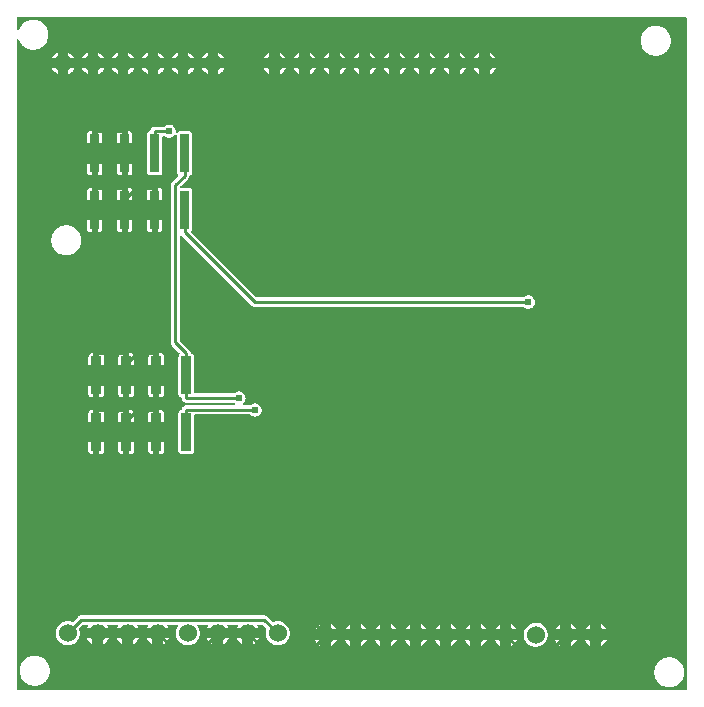
<source format=gbl>
G04 Layer: BottomLayer*
G04 EasyEDA v6.5.5, 2022-05-22 00:28:19*
G04 37d94133e9fb4008a465715c89777dd1,10*
G04 Gerber Generator version 0.2*
G04 Scale: 100 percent, Rotated: No, Reflected: No *
G04 Dimensions in millimeters *
G04 leading zeros omitted , absolute positions ,4 integer and 5 decimal *
%FSLAX45Y45*%
%MOMM*%

%ADD10C,0.2540*%
%ADD11C,0.6100*%
%ADD13C,1.5240*%

%LPD*%
G36*
X798068Y1029208D02*
G01*
X794156Y1029969D01*
X790905Y1032205D01*
X788670Y1035456D01*
X787908Y1039368D01*
X787908Y6530797D01*
X788720Y6534810D01*
X791057Y6538163D01*
X794562Y6540296D01*
X798576Y6540906D01*
X802538Y6539890D01*
X805789Y6537401D01*
X807872Y6533388D01*
X814222Y6519367D01*
X822198Y6506159D01*
X831697Y6494068D01*
X842568Y6483197D01*
X854659Y6473698D01*
X867867Y6465722D01*
X881887Y6459372D01*
X896569Y6454800D01*
X911707Y6452057D01*
X927100Y6451092D01*
X942492Y6452057D01*
X957630Y6454800D01*
X972312Y6459372D01*
X986332Y6465722D01*
X999540Y6473698D01*
X1011631Y6483197D01*
X1022502Y6494068D01*
X1032002Y6506159D01*
X1039977Y6519367D01*
X1046327Y6533388D01*
X1050899Y6548069D01*
X1053642Y6563207D01*
X1054608Y6578600D01*
X1053642Y6593992D01*
X1050899Y6609130D01*
X1046327Y6623812D01*
X1039977Y6637832D01*
X1032002Y6651040D01*
X1022502Y6663131D01*
X1011631Y6674002D01*
X999540Y6683502D01*
X986332Y6691477D01*
X972312Y6697827D01*
X957630Y6702399D01*
X942492Y6705142D01*
X927100Y6706108D01*
X911707Y6705142D01*
X896569Y6702399D01*
X881887Y6697827D01*
X867867Y6691477D01*
X854659Y6683502D01*
X842568Y6674002D01*
X831697Y6663131D01*
X822198Y6651040D01*
X814222Y6637832D01*
X807770Y6623405D01*
X805789Y6619798D01*
X802538Y6617309D01*
X798576Y6616293D01*
X794562Y6616903D01*
X791057Y6619036D01*
X788720Y6622389D01*
X787908Y6626402D01*
X787908Y6720331D01*
X788670Y6724243D01*
X790905Y6727494D01*
X794156Y6729730D01*
X798068Y6730492D01*
X6447891Y6730492D01*
X6451803Y6729730D01*
X6455105Y6727494D01*
X6460794Y6721805D01*
X6463030Y6718503D01*
X6463792Y6714591D01*
X6463792Y1039368D01*
X6463030Y1035456D01*
X6460794Y1032205D01*
X6457543Y1029969D01*
X6453632Y1029208D01*
G37*

%LPC*%
G36*
X1740865Y3780739D02*
G01*
X1780387Y3780739D01*
X1780387Y3853840D01*
X1779676Y3860139D01*
X1777796Y3865626D01*
X1774698Y3870502D01*
X1770583Y3874617D01*
X1765706Y3877665D01*
X1760220Y3879596D01*
X1753920Y3880307D01*
X1740865Y3880307D01*
G37*
G36*
X939800Y1066292D02*
G01*
X955192Y1067257D01*
X970330Y1070000D01*
X985012Y1074572D01*
X999032Y1080922D01*
X1012240Y1088898D01*
X1024331Y1098397D01*
X1035202Y1109268D01*
X1044702Y1121359D01*
X1052677Y1134567D01*
X1059027Y1148588D01*
X1063599Y1163269D01*
X1066342Y1178407D01*
X1067308Y1193800D01*
X1066342Y1209192D01*
X1063599Y1224330D01*
X1059027Y1239012D01*
X1052677Y1253032D01*
X1044702Y1266240D01*
X1035202Y1278331D01*
X1024331Y1289202D01*
X1012240Y1298702D01*
X999032Y1306677D01*
X985012Y1313027D01*
X970330Y1317599D01*
X955192Y1320342D01*
X939800Y1321308D01*
X924407Y1320342D01*
X909269Y1317599D01*
X894587Y1313027D01*
X880567Y1306677D01*
X867359Y1298702D01*
X855268Y1289202D01*
X844397Y1278331D01*
X834898Y1266240D01*
X826922Y1253032D01*
X820572Y1239012D01*
X816000Y1224330D01*
X813257Y1209192D01*
X812292Y1193800D01*
X813257Y1178407D01*
X816000Y1163269D01*
X820572Y1148588D01*
X826922Y1134567D01*
X834898Y1121359D01*
X844397Y1109268D01*
X855268Y1098397D01*
X867359Y1088898D01*
X880567Y1080922D01*
X894587Y1074572D01*
X909269Y1070000D01*
X924407Y1067257D01*
G37*
G36*
X5178196Y1396593D02*
G01*
X5191810Y1397050D01*
X5205272Y1399286D01*
X5218277Y1403350D01*
X5230672Y1409090D01*
X5242153Y1416405D01*
X5252567Y1425194D01*
X5261711Y1435354D01*
X5269433Y1446580D01*
X5275580Y1458722D01*
X5280050Y1471625D01*
X5282793Y1484985D01*
X5283708Y1498600D01*
X5282793Y1512214D01*
X5280050Y1525574D01*
X5275580Y1538478D01*
X5269433Y1550619D01*
X5261711Y1561846D01*
X5252567Y1572006D01*
X5242153Y1580794D01*
X5230672Y1588109D01*
X5218277Y1593850D01*
X5205272Y1597914D01*
X5191810Y1600149D01*
X5178196Y1600606D01*
X5164632Y1599285D01*
X5151374Y1596085D01*
X5138623Y1591208D01*
X5126685Y1584655D01*
X5115712Y1576578D01*
X5105908Y1567078D01*
X5097424Y1556359D01*
X5090464Y1544624D01*
X5085181Y1532077D01*
X5081574Y1518920D01*
X5079746Y1505407D01*
X5079746Y1491792D01*
X5081574Y1478280D01*
X5085181Y1465122D01*
X5090464Y1452575D01*
X5097424Y1440840D01*
X5105908Y1430121D01*
X5115712Y1420622D01*
X5126685Y1412544D01*
X5138623Y1405991D01*
X5151374Y1401114D01*
X5164632Y1397914D01*
G37*
G36*
X3613150Y1406804D02*
G01*
X3613150Y1454150D01*
X3565804Y1454150D01*
X3566464Y1452575D01*
X3573424Y1440840D01*
X3581908Y1430121D01*
X3591712Y1420622D01*
X3602685Y1412544D01*
G37*
G36*
X5391150Y1406804D02*
G01*
X5391150Y1454150D01*
X5343804Y1454150D01*
X5344464Y1452575D01*
X5351424Y1440840D01*
X5359908Y1430121D01*
X5369712Y1420622D01*
X5380685Y1412544D01*
G37*
G36*
X4121150Y1406804D02*
G01*
X4121150Y1454150D01*
X4073804Y1454150D01*
X4074464Y1452575D01*
X4081424Y1440840D01*
X4089908Y1430121D01*
X4099712Y1420622D01*
X4110685Y1412544D01*
G37*
G36*
X4883150Y1406804D02*
G01*
X4883150Y1454150D01*
X4835804Y1454150D01*
X4836464Y1452575D01*
X4843424Y1440840D01*
X4851908Y1430121D01*
X4861712Y1420622D01*
X4872685Y1412544D01*
G37*
G36*
X3867150Y1406804D02*
G01*
X3867150Y1454150D01*
X3819804Y1454150D01*
X3820464Y1452575D01*
X3827424Y1440840D01*
X3835908Y1430121D01*
X3845712Y1420622D01*
X3856685Y1412544D01*
G37*
G36*
X5645150Y1406804D02*
G01*
X5645150Y1454150D01*
X5597804Y1454150D01*
X5598464Y1452575D01*
X5605424Y1440840D01*
X5613908Y1430121D01*
X5623712Y1420622D01*
X5634685Y1412544D01*
G37*
G36*
X4629150Y1406804D02*
G01*
X4629150Y1454150D01*
X4581804Y1454150D01*
X4582464Y1452575D01*
X4589424Y1440840D01*
X4597908Y1430121D01*
X4607712Y1420622D01*
X4618685Y1412544D01*
G37*
G36*
X4375150Y1406804D02*
G01*
X4375150Y1454150D01*
X4327804Y1454150D01*
X4328464Y1452575D01*
X4335424Y1440840D01*
X4343908Y1430121D01*
X4353712Y1420622D01*
X4364685Y1412544D01*
G37*
G36*
X3359150Y1406804D02*
G01*
X3359150Y1454150D01*
X3311804Y1454150D01*
X3312464Y1452575D01*
X3319424Y1440840D01*
X3327908Y1430121D01*
X3337712Y1420622D01*
X3348685Y1412544D01*
G37*
G36*
X4210050Y1406956D02*
G01*
X4214672Y1409090D01*
X4226153Y1416405D01*
X4236567Y1425194D01*
X4245711Y1435354D01*
X4253433Y1446580D01*
X4257243Y1454150D01*
X4210050Y1454150D01*
G37*
G36*
X4718050Y1406956D02*
G01*
X4722672Y1409090D01*
X4734153Y1416405D01*
X4744567Y1425194D01*
X4753711Y1435354D01*
X4761433Y1446580D01*
X4765243Y1454150D01*
X4718050Y1454150D01*
G37*
G36*
X3956050Y1406956D02*
G01*
X3960672Y1409090D01*
X3972153Y1416405D01*
X3982567Y1425194D01*
X3991711Y1435354D01*
X3999433Y1446580D01*
X4003243Y1454150D01*
X3956050Y1454150D01*
G37*
G36*
X5734050Y1406956D02*
G01*
X5738672Y1409090D01*
X5750153Y1416405D01*
X5760567Y1425194D01*
X5769711Y1435354D01*
X5777433Y1446580D01*
X5781243Y1454150D01*
X5734050Y1454150D01*
G37*
G36*
X5480050Y1406956D02*
G01*
X5484672Y1409090D01*
X5496153Y1416405D01*
X5506567Y1425194D01*
X5515711Y1435354D01*
X5523433Y1446580D01*
X5527243Y1454150D01*
X5480050Y1454150D01*
G37*
G36*
X3448050Y1406956D02*
G01*
X3452672Y1409090D01*
X3464153Y1416405D01*
X3474567Y1425194D01*
X3483711Y1435354D01*
X3491433Y1446580D01*
X3495243Y1454150D01*
X3448050Y1454150D01*
G37*
G36*
X3702050Y1406956D02*
G01*
X3706672Y1409090D01*
X3718153Y1416405D01*
X3728567Y1425194D01*
X3737711Y1435354D01*
X3745433Y1446580D01*
X3749243Y1454150D01*
X3702050Y1454150D01*
G37*
G36*
X4464050Y1406956D02*
G01*
X4468672Y1409090D01*
X4480153Y1416405D01*
X4490567Y1425194D01*
X4499711Y1435354D01*
X4507433Y1446580D01*
X4511243Y1454150D01*
X4464050Y1454150D01*
G37*
G36*
X4972050Y1406956D02*
G01*
X4976672Y1409090D01*
X4988153Y1416405D01*
X4998567Y1425194D01*
X5007711Y1435354D01*
X5015433Y1446580D01*
X5019243Y1454150D01*
X4972050Y1454150D01*
G37*
G36*
X1215796Y1409293D02*
G01*
X1229410Y1409750D01*
X1242872Y1411986D01*
X1255877Y1416050D01*
X1268272Y1421790D01*
X1279753Y1429105D01*
X1290167Y1437894D01*
X1299311Y1448054D01*
X1307033Y1459280D01*
X1313180Y1471422D01*
X1317650Y1484325D01*
X1320393Y1497685D01*
X1321308Y1511300D01*
X1320393Y1524914D01*
X1317650Y1538274D01*
X1315415Y1544777D01*
X1314856Y1548536D01*
X1315669Y1552194D01*
X1317802Y1555292D01*
X1344472Y1581962D01*
X1347774Y1584147D01*
X1351635Y1584909D01*
X1380591Y1584909D01*
X1384757Y1584045D01*
X1388160Y1581556D01*
X1390294Y1577848D01*
X1390700Y1573631D01*
X1389329Y1569618D01*
X1382064Y1557324D01*
X1381404Y1555750D01*
X1428750Y1555750D01*
X1428750Y1574749D01*
X1429512Y1578660D01*
X1431747Y1581962D01*
X1434998Y1584147D01*
X1438910Y1584909D01*
X1507490Y1584909D01*
X1511401Y1584147D01*
X1514652Y1581962D01*
X1516888Y1578660D01*
X1517650Y1574749D01*
X1517650Y1555750D01*
X1564843Y1555750D01*
X1561033Y1563319D01*
X1557121Y1569008D01*
X1555496Y1573072D01*
X1555699Y1577441D01*
X1557731Y1581353D01*
X1561236Y1583994D01*
X1565503Y1584909D01*
X1634591Y1584909D01*
X1638757Y1584045D01*
X1642160Y1581556D01*
X1644294Y1577848D01*
X1644700Y1573631D01*
X1643329Y1569618D01*
X1636064Y1557324D01*
X1635404Y1555750D01*
X1682750Y1555750D01*
X1682750Y1574749D01*
X1683512Y1578660D01*
X1685747Y1581962D01*
X1688998Y1584147D01*
X1692910Y1584909D01*
X1761489Y1584909D01*
X1765401Y1584147D01*
X1768652Y1581962D01*
X1770888Y1578660D01*
X1771650Y1574749D01*
X1771650Y1555750D01*
X1818843Y1555750D01*
X1815033Y1563319D01*
X1811121Y1569008D01*
X1809496Y1573072D01*
X1809699Y1577441D01*
X1811731Y1581353D01*
X1815236Y1583994D01*
X1819503Y1584909D01*
X1888591Y1584909D01*
X1892757Y1584045D01*
X1896160Y1581556D01*
X1898294Y1577848D01*
X1898700Y1573631D01*
X1897329Y1569618D01*
X1890064Y1557324D01*
X1889404Y1555750D01*
X1936750Y1555750D01*
X1936750Y1574749D01*
X1937512Y1578660D01*
X1939747Y1581962D01*
X1942998Y1584147D01*
X1946910Y1584909D01*
X2015489Y1584909D01*
X2019401Y1584147D01*
X2022652Y1581962D01*
X2024888Y1578660D01*
X2025650Y1574749D01*
X2025650Y1555750D01*
X2072843Y1555750D01*
X2069033Y1563319D01*
X2065121Y1569008D01*
X2063496Y1573072D01*
X2063699Y1577441D01*
X2065731Y1581353D01*
X2069236Y1583994D01*
X2073503Y1584909D01*
X2142591Y1584909D01*
X2146757Y1584045D01*
X2150160Y1581556D01*
X2152294Y1577848D01*
X2152700Y1573631D01*
X2151329Y1569618D01*
X2144064Y1557324D01*
X2138781Y1544777D01*
X2135174Y1531620D01*
X2133346Y1518107D01*
X2133346Y1504492D01*
X2135174Y1490980D01*
X2138781Y1477822D01*
X2144064Y1465275D01*
X2151024Y1453540D01*
X2159508Y1442821D01*
X2169312Y1433322D01*
X2180285Y1425244D01*
X2192223Y1418691D01*
X2204974Y1413814D01*
X2218232Y1410614D01*
X2231796Y1409293D01*
X2245410Y1409750D01*
X2258872Y1411986D01*
X2271877Y1416050D01*
X2284272Y1421790D01*
X2295753Y1429105D01*
X2306167Y1437894D01*
X2315311Y1448054D01*
X2323033Y1459280D01*
X2329180Y1471422D01*
X2333650Y1484325D01*
X2336393Y1497685D01*
X2337308Y1511300D01*
X2336393Y1524914D01*
X2333650Y1538274D01*
X2329180Y1551178D01*
X2323033Y1563319D01*
X2319121Y1569008D01*
X2317496Y1573072D01*
X2317699Y1577441D01*
X2319731Y1581353D01*
X2323236Y1583994D01*
X2327503Y1584909D01*
X2396591Y1584909D01*
X2400757Y1584045D01*
X2404160Y1581556D01*
X2406294Y1577848D01*
X2406700Y1573631D01*
X2405329Y1569618D01*
X2398064Y1557324D01*
X2397404Y1555750D01*
X2444750Y1555750D01*
X2444750Y1574749D01*
X2445512Y1578660D01*
X2447747Y1581962D01*
X2450998Y1584147D01*
X2454910Y1584909D01*
X2523490Y1584909D01*
X2527401Y1584147D01*
X2530652Y1581962D01*
X2532888Y1578660D01*
X2533650Y1574749D01*
X2533650Y1555750D01*
X2580843Y1555750D01*
X2577033Y1563319D01*
X2573121Y1569008D01*
X2571496Y1573072D01*
X2571699Y1577441D01*
X2573731Y1581353D01*
X2577236Y1583994D01*
X2581503Y1584909D01*
X2650591Y1584909D01*
X2654757Y1584045D01*
X2658160Y1581556D01*
X2660294Y1577848D01*
X2660700Y1573631D01*
X2659329Y1569618D01*
X2652064Y1557324D01*
X2651404Y1555750D01*
X2698750Y1555750D01*
X2698750Y1574749D01*
X2699512Y1578660D01*
X2701747Y1581962D01*
X2704998Y1584147D01*
X2708910Y1584909D01*
X2777490Y1584909D01*
X2781401Y1584147D01*
X2784652Y1581962D01*
X2786888Y1578660D01*
X2787650Y1574749D01*
X2787650Y1555750D01*
X2834843Y1555750D01*
X2831033Y1563319D01*
X2827121Y1569008D01*
X2825496Y1573072D01*
X2825699Y1577441D01*
X2827731Y1581353D01*
X2831236Y1583994D01*
X2835503Y1584909D01*
X2864764Y1584909D01*
X2868625Y1584147D01*
X2871927Y1581962D01*
X2898394Y1555496D01*
X2900426Y1552600D01*
X2901340Y1549146D01*
X2901035Y1545590D01*
X2897174Y1531620D01*
X2895346Y1518107D01*
X2895346Y1504492D01*
X2897174Y1490980D01*
X2900781Y1477822D01*
X2906064Y1465275D01*
X2913024Y1453540D01*
X2921508Y1442821D01*
X2931312Y1433322D01*
X2942285Y1425244D01*
X2954223Y1418691D01*
X2966974Y1413814D01*
X2980232Y1410614D01*
X2993796Y1409293D01*
X3007410Y1409750D01*
X3020872Y1411986D01*
X3033877Y1416050D01*
X3046272Y1421790D01*
X3057753Y1429105D01*
X3068167Y1437894D01*
X3077311Y1448054D01*
X3085033Y1459280D01*
X3091180Y1471422D01*
X3095650Y1484325D01*
X3098393Y1497685D01*
X3099308Y1511300D01*
X3098393Y1524914D01*
X3095650Y1538274D01*
X3091180Y1551178D01*
X3085033Y1563319D01*
X3077311Y1574546D01*
X3068167Y1584706D01*
X3057753Y1593494D01*
X3046272Y1600809D01*
X3033877Y1606550D01*
X3020872Y1610614D01*
X3007410Y1612849D01*
X2993796Y1613306D01*
X2980232Y1611985D01*
X2966974Y1608785D01*
X2963976Y1607667D01*
X2960166Y1606956D01*
X2956356Y1607769D01*
X2953156Y1609953D01*
X2912618Y1650492D01*
X2906369Y1655622D01*
X2899714Y1659178D01*
X2892501Y1661363D01*
X2884474Y1662125D01*
X1331925Y1662125D01*
X1323898Y1661363D01*
X1316685Y1659178D01*
X1310030Y1655622D01*
X1303782Y1650492D01*
X1263243Y1609953D01*
X1260246Y1607870D01*
X1256690Y1607007D01*
X1253083Y1607464D01*
X1242872Y1610614D01*
X1229410Y1612849D01*
X1215796Y1613306D01*
X1202232Y1611985D01*
X1188974Y1608785D01*
X1176223Y1603908D01*
X1164285Y1597355D01*
X1153312Y1589278D01*
X1143508Y1579778D01*
X1135024Y1569059D01*
X1128064Y1557324D01*
X1122781Y1544777D01*
X1119174Y1531620D01*
X1117346Y1518107D01*
X1117346Y1504492D01*
X1119174Y1490980D01*
X1122781Y1477822D01*
X1128064Y1465275D01*
X1135024Y1453540D01*
X1143508Y1442821D01*
X1153312Y1433322D01*
X1164285Y1425244D01*
X1176223Y1418691D01*
X1188974Y1413814D01*
X1202232Y1410614D01*
G37*
G36*
X6197600Y6400292D02*
G01*
X6212992Y6401257D01*
X6228130Y6404000D01*
X6242812Y6408572D01*
X6256832Y6414922D01*
X6270040Y6422898D01*
X6282131Y6432397D01*
X6293002Y6443268D01*
X6302502Y6455359D01*
X6310477Y6468567D01*
X6316827Y6482588D01*
X6321399Y6497269D01*
X6324142Y6512407D01*
X6325108Y6527800D01*
X6324142Y6543192D01*
X6321399Y6558330D01*
X6316827Y6573012D01*
X6310477Y6587032D01*
X6302502Y6600240D01*
X6293002Y6612331D01*
X6282131Y6623202D01*
X6270040Y6632702D01*
X6256832Y6640677D01*
X6242812Y6647027D01*
X6228130Y6651599D01*
X6212992Y6654342D01*
X6197600Y6655308D01*
X6182207Y6654342D01*
X6167069Y6651599D01*
X6152388Y6647027D01*
X6138367Y6640677D01*
X6125159Y6632702D01*
X6113068Y6623202D01*
X6102197Y6612331D01*
X6092698Y6600240D01*
X6084722Y6587032D01*
X6078372Y6573012D01*
X6073800Y6558330D01*
X6071057Y6543192D01*
X6070092Y6527800D01*
X6071057Y6512407D01*
X6073800Y6497269D01*
X6078372Y6482588D01*
X6084722Y6468567D01*
X6092698Y6455359D01*
X6102197Y6443268D01*
X6113068Y6432397D01*
X6125159Y6422898D01*
X6138367Y6414922D01*
X6152388Y6408572D01*
X6167069Y6404000D01*
X6182207Y6401257D01*
G37*
G36*
X2359304Y6381750D02*
G01*
X2406650Y6381750D01*
X2406650Y6429095D01*
X2396185Y6423355D01*
X2385212Y6415278D01*
X2375408Y6405778D01*
X2366924Y6395059D01*
X2359964Y6383324D01*
G37*
G36*
X1428750Y1419504D02*
G01*
X1428750Y1466850D01*
X1381404Y1466850D01*
X1382064Y1465275D01*
X1389024Y1453540D01*
X1397508Y1442821D01*
X1407312Y1433322D01*
X1418285Y1425244D01*
G37*
G36*
X1682750Y1419504D02*
G01*
X1682750Y1466850D01*
X1635404Y1466850D01*
X1636064Y1465275D01*
X1643024Y1453540D01*
X1651507Y1442821D01*
X1661312Y1433322D01*
X1672285Y1425244D01*
G37*
G36*
X1936750Y1419504D02*
G01*
X1936750Y1466850D01*
X1889404Y1466850D01*
X1890064Y1465275D01*
X1897024Y1453540D01*
X1905507Y1442821D01*
X1915312Y1433322D01*
X1926285Y1425244D01*
G37*
G36*
X2698750Y1419504D02*
G01*
X2698750Y1466850D01*
X2651404Y1466850D01*
X2652064Y1465275D01*
X2659024Y1453540D01*
X2667508Y1442821D01*
X2677312Y1433322D01*
X2688285Y1425244D01*
G37*
G36*
X2444750Y1419504D02*
G01*
X2444750Y1466850D01*
X2397404Y1466850D01*
X2398064Y1465275D01*
X2405024Y1453540D01*
X2413508Y1442821D01*
X2423312Y1433322D01*
X2434285Y1425244D01*
G37*
G36*
X2787650Y1419656D02*
G01*
X2792272Y1421790D01*
X2803753Y1429105D01*
X2814167Y1437894D01*
X2823311Y1448054D01*
X2831033Y1459280D01*
X2834843Y1466850D01*
X2787650Y1466850D01*
G37*
G36*
X2533650Y1419656D02*
G01*
X2538272Y1421790D01*
X2549753Y1429105D01*
X2560167Y1437894D01*
X2569311Y1448054D01*
X2577033Y1459280D01*
X2580843Y1466850D01*
X2533650Y1466850D01*
G37*
G36*
X2025650Y1419656D02*
G01*
X2030272Y1421790D01*
X2041753Y1429105D01*
X2052167Y1437894D01*
X2061311Y1448054D01*
X2069033Y1459280D01*
X2072843Y1466850D01*
X2025650Y1466850D01*
G37*
G36*
X1771650Y1419656D02*
G01*
X1776272Y1421790D01*
X1787753Y1429105D01*
X1798167Y1437894D01*
X1807311Y1448054D01*
X1815033Y1459280D01*
X1818843Y1466850D01*
X1771650Y1466850D01*
G37*
G36*
X1517650Y1419656D02*
G01*
X1522272Y1421790D01*
X1533753Y1429105D01*
X1544167Y1437894D01*
X1553311Y1448054D01*
X1561033Y1459280D01*
X1564843Y1466850D01*
X1517650Y1466850D01*
G37*
G36*
X4210050Y1543050D02*
G01*
X4257243Y1543050D01*
X4253433Y1550619D01*
X4245711Y1561846D01*
X4236567Y1572006D01*
X4226153Y1580794D01*
X4214672Y1588109D01*
X4210050Y1590243D01*
G37*
G36*
X3956050Y1543050D02*
G01*
X4003243Y1543050D01*
X3999433Y1550619D01*
X3991711Y1561846D01*
X3982567Y1572006D01*
X3972153Y1580794D01*
X3960672Y1588109D01*
X3956050Y1590243D01*
G37*
G36*
X3448050Y1543050D02*
G01*
X3495243Y1543050D01*
X3491433Y1550619D01*
X3483711Y1561846D01*
X3474567Y1572006D01*
X3464153Y1580794D01*
X3452672Y1588109D01*
X3448050Y1590243D01*
G37*
G36*
X5734050Y1543050D02*
G01*
X5781243Y1543050D01*
X5777433Y1550619D01*
X5769711Y1561846D01*
X5760567Y1572006D01*
X5750153Y1580794D01*
X5738672Y1588109D01*
X5734050Y1590243D01*
G37*
G36*
X5480050Y1543050D02*
G01*
X5527243Y1543050D01*
X5523433Y1550619D01*
X5515711Y1561846D01*
X5506567Y1572006D01*
X5496153Y1580794D01*
X5484672Y1588109D01*
X5480050Y1590243D01*
G37*
G36*
X4464050Y1543050D02*
G01*
X4511243Y1543050D01*
X4507433Y1550619D01*
X4499711Y1561846D01*
X4490567Y1572006D01*
X4480153Y1580794D01*
X4468672Y1588109D01*
X4464050Y1590243D01*
G37*
G36*
X4718050Y1543050D02*
G01*
X4765243Y1543050D01*
X4761433Y1550619D01*
X4753711Y1561846D01*
X4744567Y1572006D01*
X4734153Y1580794D01*
X4722672Y1588109D01*
X4718050Y1590243D01*
G37*
G36*
X3702050Y1543050D02*
G01*
X3749243Y1543050D01*
X3745433Y1550619D01*
X3737711Y1561846D01*
X3728567Y1572006D01*
X3718153Y1580794D01*
X3706672Y1588109D01*
X3702050Y1590243D01*
G37*
G36*
X4972050Y1543050D02*
G01*
X5019243Y1543050D01*
X5015433Y1550619D01*
X5007711Y1561846D01*
X4998567Y1572006D01*
X4988153Y1580794D01*
X4976672Y1588109D01*
X4972050Y1590243D01*
G37*
G36*
X4073804Y1543050D02*
G01*
X4121150Y1543050D01*
X4121150Y1590395D01*
X4110685Y1584655D01*
X4099712Y1576578D01*
X4089908Y1567078D01*
X4081424Y1556359D01*
X4074464Y1544624D01*
G37*
G36*
X4835804Y1543050D02*
G01*
X4883150Y1543050D01*
X4883150Y1590395D01*
X4872685Y1584655D01*
X4861712Y1576578D01*
X4851908Y1567078D01*
X4843424Y1556359D01*
X4836464Y1544624D01*
G37*
G36*
X4581804Y1543050D02*
G01*
X4629150Y1543050D01*
X4629150Y1590395D01*
X4618685Y1584655D01*
X4607712Y1576578D01*
X4597908Y1567078D01*
X4589424Y1556359D01*
X4582464Y1544624D01*
G37*
G36*
X5343804Y1543050D02*
G01*
X5391150Y1543050D01*
X5391150Y1590395D01*
X5380685Y1584655D01*
X5369712Y1576578D01*
X5359908Y1567078D01*
X5351424Y1556359D01*
X5344464Y1544624D01*
G37*
G36*
X3565804Y1543050D02*
G01*
X3613150Y1543050D01*
X3613150Y1590395D01*
X3602685Y1584655D01*
X3591712Y1576578D01*
X3581908Y1567078D01*
X3573424Y1556359D01*
X3566464Y1544624D01*
G37*
G36*
X3819804Y1543050D02*
G01*
X3867150Y1543050D01*
X3867150Y1590395D01*
X3856685Y1584655D01*
X3845712Y1576578D01*
X3835908Y1567078D01*
X3827424Y1556359D01*
X3820464Y1544624D01*
G37*
G36*
X5597804Y1543050D02*
G01*
X5645150Y1543050D01*
X5645150Y1590395D01*
X5634685Y1584655D01*
X5623712Y1576578D01*
X5613908Y1567078D01*
X5605424Y1556359D01*
X5598464Y1544624D01*
G37*
G36*
X3311804Y1543050D02*
G01*
X3359150Y1543050D01*
X3359150Y1590395D01*
X3348685Y1584655D01*
X3337712Y1576578D01*
X3327908Y1567078D01*
X3319424Y1556359D01*
X3312464Y1544624D01*
G37*
G36*
X4327804Y1543050D02*
G01*
X4375150Y1543050D01*
X4375150Y1590395D01*
X4364685Y1584655D01*
X4353712Y1576578D01*
X4343908Y1567078D01*
X4335424Y1556359D01*
X4328464Y1544624D01*
G37*
G36*
X3642004Y6381750D02*
G01*
X3689350Y6381750D01*
X3689350Y6429095D01*
X3678885Y6423355D01*
X3667912Y6415278D01*
X3658108Y6405778D01*
X3649624Y6395059D01*
X3642664Y6383324D01*
G37*
G36*
X3388004Y6381750D02*
G01*
X3435350Y6381750D01*
X3435350Y6429095D01*
X3424885Y6423355D01*
X3413912Y6415278D01*
X3404108Y6405778D01*
X3395624Y6395059D01*
X3388664Y6383324D01*
G37*
G36*
X2105304Y6381750D02*
G01*
X2152650Y6381750D01*
X2152650Y6429095D01*
X2142185Y6423355D01*
X2131212Y6415278D01*
X2121408Y6405778D01*
X2112924Y6395059D01*
X2105964Y6383324D01*
G37*
G36*
X4658004Y6381750D02*
G01*
X4705350Y6381750D01*
X4705350Y6429095D01*
X4694885Y6423355D01*
X4683912Y6415278D01*
X4674108Y6405778D01*
X4665624Y6395059D01*
X4658664Y6383324D01*
G37*
G36*
X3896004Y6381750D02*
G01*
X3943350Y6381750D01*
X3943350Y6429095D01*
X3932885Y6423355D01*
X3921912Y6415278D01*
X3912108Y6405778D01*
X3903624Y6395059D01*
X3896664Y6383324D01*
G37*
G36*
X2880004Y6381750D02*
G01*
X2927350Y6381750D01*
X2927350Y6429095D01*
X2916885Y6423355D01*
X2905912Y6415278D01*
X2896108Y6405778D01*
X2887624Y6395059D01*
X2880664Y6383324D01*
G37*
G36*
X4404004Y6381750D02*
G01*
X4451350Y6381750D01*
X4451350Y6429095D01*
X4440885Y6423355D01*
X4429912Y6415278D01*
X4420108Y6405778D01*
X4411624Y6395059D01*
X4404664Y6383324D01*
G37*
G36*
X3134004Y6381750D02*
G01*
X3181350Y6381750D01*
X3181350Y6429095D01*
X3170885Y6423355D01*
X3159912Y6415278D01*
X3150108Y6405778D01*
X3141624Y6395059D01*
X3134664Y6383324D01*
G37*
G36*
X4150004Y6381750D02*
G01*
X4197350Y6381750D01*
X4197350Y6429095D01*
X4186885Y6423355D01*
X4175912Y6415278D01*
X4166108Y6405778D01*
X4157624Y6395059D01*
X4150664Y6383324D01*
G37*
G36*
X1851304Y6381750D02*
G01*
X1898650Y6381750D01*
X1898650Y6429095D01*
X1888185Y6423355D01*
X1877212Y6415278D01*
X1867407Y6405778D01*
X1858924Y6395059D01*
X1851964Y6383324D01*
G37*
G36*
X1089304Y6381750D02*
G01*
X1136650Y6381750D01*
X1136650Y6429095D01*
X1126185Y6423355D01*
X1115212Y6415278D01*
X1105408Y6405778D01*
X1096924Y6395059D01*
X1089964Y6383324D01*
G37*
G36*
X1597304Y6381750D02*
G01*
X1644650Y6381750D01*
X1644650Y6429095D01*
X1634185Y6423355D01*
X1623212Y6415278D01*
X1613408Y6405778D01*
X1604924Y6395059D01*
X1597964Y6383324D01*
G37*
G36*
X1740865Y3028492D02*
G01*
X1753920Y3028492D01*
X1760220Y3029204D01*
X1765706Y3031134D01*
X1770583Y3034182D01*
X1774698Y3038297D01*
X1777796Y3043174D01*
X1779676Y3048660D01*
X1780387Y3054959D01*
X1780387Y3128060D01*
X1740865Y3128060D01*
G37*
G36*
X1486865Y3028492D02*
G01*
X1499920Y3028492D01*
X1506220Y3029204D01*
X1511706Y3031134D01*
X1516583Y3034182D01*
X1520698Y3038297D01*
X1523796Y3043174D01*
X1525676Y3048660D01*
X1526387Y3054959D01*
X1526387Y3128060D01*
X1486865Y3128060D01*
G37*
G36*
X1421079Y3028492D02*
G01*
X1434134Y3028492D01*
X1434134Y3128060D01*
X1394561Y3128060D01*
X1394561Y3054959D01*
X1395272Y3048660D01*
X1397203Y3043174D01*
X1400302Y3038297D01*
X1404366Y3034182D01*
X1409293Y3031134D01*
X1414729Y3029204D01*
G37*
G36*
X1675079Y3028492D02*
G01*
X1688134Y3028492D01*
X1688134Y3128060D01*
X1648561Y3128060D01*
X1648561Y3054959D01*
X1649272Y3048660D01*
X1651203Y3043174D01*
X1654302Y3038297D01*
X1658366Y3034182D01*
X1663293Y3031134D01*
X1668729Y3029204D01*
G37*
G36*
X1929079Y3028492D02*
G01*
X1942134Y3028492D01*
X1942134Y3128060D01*
X1902561Y3128060D01*
X1902561Y3054959D01*
X1903272Y3048660D01*
X1905203Y3043174D01*
X1908302Y3038297D01*
X1912366Y3034182D01*
X1917293Y3031134D01*
X1922729Y3029204D01*
G37*
G36*
X1994865Y3028492D02*
G01*
X2007920Y3028492D01*
X2014220Y3029204D01*
X2019706Y3031134D01*
X2024583Y3034182D01*
X2028698Y3038297D01*
X2031796Y3043174D01*
X2033676Y3048660D01*
X2034387Y3054959D01*
X2034387Y3128060D01*
X1994865Y3128060D01*
G37*
G36*
X2183079Y3028492D02*
G01*
X2261920Y3028492D01*
X2268220Y3029204D01*
X2273706Y3031134D01*
X2278583Y3034182D01*
X2282698Y3038297D01*
X2285796Y3043174D01*
X2287676Y3048660D01*
X2288387Y3054959D01*
X2288387Y3353562D01*
X2289149Y3357473D01*
X2291384Y3360724D01*
X2294686Y3362960D01*
X2298547Y3363722D01*
X2760827Y3363722D01*
X2764688Y3362960D01*
X2767990Y3360724D01*
X2769616Y3359150D01*
X2777642Y3353511D01*
X2786532Y3349345D01*
X2796032Y3346805D01*
X2805836Y3345942D01*
X2815640Y3346805D01*
X2825140Y3349345D01*
X2834030Y3353511D01*
X2842056Y3359150D01*
X2849016Y3366109D01*
X2854655Y3374136D01*
X2858820Y3383026D01*
X2861360Y3392525D01*
X2862224Y3402329D01*
X2861360Y3412134D01*
X2858820Y3421634D01*
X2854655Y3430524D01*
X2849016Y3438550D01*
X2842056Y3445510D01*
X2834030Y3451148D01*
X2825140Y3455314D01*
X2815640Y3457854D01*
X2805836Y3458718D01*
X2796032Y3457854D01*
X2786532Y3455314D01*
X2777642Y3451148D01*
X2769616Y3445510D01*
X2767990Y3443935D01*
X2764688Y3441700D01*
X2760827Y3440937D01*
X2710840Y3440937D01*
X2706928Y3441700D01*
X2703626Y3443935D01*
X2701442Y3447237D01*
X2700680Y3451148D01*
X2701493Y3455060D01*
X2703677Y3458311D01*
X2711602Y3466134D01*
X2717241Y3474161D01*
X2721406Y3483051D01*
X2723946Y3492550D01*
X2724810Y3502355D01*
X2723946Y3512159D01*
X2721406Y3521659D01*
X2717241Y3530549D01*
X2711602Y3538575D01*
X2704642Y3545535D01*
X2696616Y3551174D01*
X2687726Y3555339D01*
X2678226Y3557879D01*
X2668422Y3558743D01*
X2658618Y3557879D01*
X2649118Y3555339D01*
X2640228Y3551174D01*
X2632202Y3545535D01*
X2630576Y3543960D01*
X2627274Y3541725D01*
X2623413Y3540963D01*
X2298547Y3540963D01*
X2294686Y3541725D01*
X2291384Y3543960D01*
X2289149Y3547211D01*
X2288387Y3551123D01*
X2288387Y3853840D01*
X2287676Y3860139D01*
X2285796Y3865626D01*
X2282698Y3870502D01*
X2278583Y3874617D01*
X2273706Y3877665D01*
X2267204Y3879951D01*
X2263902Y3881882D01*
X2261514Y3884879D01*
X2260295Y3889857D01*
X2258110Y3897071D01*
X2254554Y3903726D01*
X2249424Y3909974D01*
X2172055Y3987393D01*
X2169820Y3990695D01*
X2169058Y3994556D01*
X2169058Y4867706D01*
X2169820Y4871567D01*
X2172055Y4874869D01*
X2175306Y4877104D01*
X2179218Y4877866D01*
X2183130Y4877104D01*
X2186381Y4874869D01*
X2773070Y4288231D01*
X2779318Y4283100D01*
X2785973Y4279544D01*
X2793187Y4277360D01*
X2801213Y4276547D01*
X5073954Y4276547D01*
X5077815Y4275785D01*
X5081117Y4273550D01*
X5082743Y4271975D01*
X5090769Y4266336D01*
X5099659Y4262170D01*
X5109159Y4259630D01*
X5118963Y4258767D01*
X5128768Y4259630D01*
X5138267Y4262170D01*
X5147157Y4266336D01*
X5155184Y4271975D01*
X5162143Y4278934D01*
X5167782Y4286961D01*
X5171948Y4295851D01*
X5174488Y4305350D01*
X5175351Y4315155D01*
X5174488Y4324959D01*
X5171948Y4334459D01*
X5167782Y4343349D01*
X5162143Y4351375D01*
X5155184Y4358335D01*
X5147157Y4363974D01*
X5138267Y4368139D01*
X5128768Y4370679D01*
X5118963Y4371543D01*
X5109159Y4370679D01*
X5099659Y4368139D01*
X5090769Y4363974D01*
X5082743Y4358335D01*
X5081117Y4356760D01*
X5077815Y4354525D01*
X5073954Y4353763D01*
X2820924Y4353763D01*
X2817063Y4354525D01*
X2813761Y4356760D01*
X2268474Y4901996D01*
X2266289Y4905298D01*
X2265527Y4909210D01*
X2266289Y4913071D01*
X2268474Y4916373D01*
X2269998Y4917897D01*
X2273096Y4922774D01*
X2274976Y4928260D01*
X2275687Y4934559D01*
X2275687Y5253431D01*
X2274976Y5259730D01*
X2273096Y5265216D01*
X2269998Y5270093D01*
X2265883Y5274208D01*
X2261006Y5277307D01*
X2255520Y5279186D01*
X2249220Y5279898D01*
X2182723Y5279898D01*
X2178862Y5280660D01*
X2175560Y5282895D01*
X2173376Y5286197D01*
X2172563Y5290058D01*
X2173376Y5293969D01*
X2175560Y5297271D01*
X2236724Y5358434D01*
X2241854Y5364683D01*
X2245410Y5371338D01*
X2247595Y5378551D01*
X2248814Y5383530D01*
X2251202Y5386527D01*
X2254504Y5388457D01*
X2261006Y5390692D01*
X2265883Y5393791D01*
X2269998Y5397906D01*
X2273096Y5402783D01*
X2274976Y5408218D01*
X2275687Y5414568D01*
X2275687Y5733440D01*
X2274976Y5739739D01*
X2273096Y5745226D01*
X2269998Y5750102D01*
X2265883Y5754217D01*
X2261006Y5757265D01*
X2255520Y5759196D01*
X2249220Y5759907D01*
X2170379Y5759907D01*
X2164029Y5759196D01*
X2158593Y5757265D01*
X2153666Y5754217D01*
X2152243Y5752744D01*
X2148789Y5750509D01*
X2144776Y5749798D01*
X2140762Y5750712D01*
X2137460Y5753201D01*
X2135428Y5756757D01*
X2134158Y5771692D01*
X2131618Y5781192D01*
X2127453Y5790082D01*
X2121865Y5798159D01*
X2114905Y5805119D01*
X2106828Y5810707D01*
X2097938Y5814872D01*
X2088438Y5817412D01*
X2078685Y5818276D01*
X2068880Y5817412D01*
X2059381Y5814872D01*
X2050491Y5810707D01*
X2042414Y5805119D01*
X2040839Y5803493D01*
X2037537Y5801309D01*
X2033625Y5800496D01*
X1956307Y5800496D01*
X1948281Y5799734D01*
X1941068Y5797550D01*
X1934362Y5793994D01*
X1928520Y5789168D01*
X1923745Y5783326D01*
X1920189Y5776671D01*
X1918004Y5769457D01*
X1916785Y5764479D01*
X1914398Y5761482D01*
X1911096Y5759551D01*
X1904593Y5757265D01*
X1899666Y5754217D01*
X1895602Y5750102D01*
X1892503Y5745226D01*
X1890572Y5739739D01*
X1889861Y5733440D01*
X1889861Y5414568D01*
X1890572Y5408218D01*
X1892503Y5402783D01*
X1895602Y5397906D01*
X1899666Y5393791D01*
X1904593Y5390692D01*
X1910029Y5388813D01*
X1916379Y5388102D01*
X1995220Y5388102D01*
X2001520Y5388813D01*
X2007006Y5390692D01*
X2011883Y5393791D01*
X2015998Y5397906D01*
X2019096Y5402783D01*
X2020976Y5408218D01*
X2021687Y5414568D01*
X2021687Y5713120D01*
X2022449Y5717032D01*
X2024684Y5720334D01*
X2027986Y5722518D01*
X2031847Y5723280D01*
X2033625Y5723280D01*
X2037537Y5722518D01*
X2040839Y5720334D01*
X2042414Y5718708D01*
X2050491Y5713120D01*
X2059381Y5708954D01*
X2068880Y5706414D01*
X2078685Y5705551D01*
X2088438Y5706414D01*
X2097938Y5708954D01*
X2106828Y5713120D01*
X2114905Y5718708D01*
X2121865Y5725668D01*
X2125421Y5730748D01*
X2128520Y5733643D01*
X2132533Y5735015D01*
X2136800Y5734608D01*
X2140458Y5732526D01*
X2142998Y5729071D01*
X2143861Y5724956D01*
X2143861Y5414568D01*
X2144572Y5408218D01*
X2146503Y5402783D01*
X2149602Y5397906D01*
X2151126Y5396382D01*
X2153310Y5393080D01*
X2154072Y5389168D01*
X2153310Y5385308D01*
X2151126Y5382006D01*
X2103526Y5334406D01*
X2098395Y5328158D01*
X2094839Y5321503D01*
X2092655Y5314289D01*
X2091842Y5306263D01*
X2091842Y3974846D01*
X2092655Y3966819D01*
X2094839Y3959606D01*
X2098395Y3952951D01*
X2103526Y3946702D01*
X2163826Y3886403D01*
X2166010Y3883101D01*
X2166772Y3879240D01*
X2166010Y3875328D01*
X2163826Y3872026D01*
X2162302Y3870502D01*
X2159203Y3865626D01*
X2157272Y3860139D01*
X2156561Y3853840D01*
X2156561Y3534968D01*
X2157272Y3528618D01*
X2159203Y3523183D01*
X2162302Y3518306D01*
X2166366Y3514191D01*
X2171293Y3511092D01*
X2177796Y3508806D01*
X2181098Y3506927D01*
X2183485Y3503879D01*
X2184704Y3498951D01*
X2186889Y3491737D01*
X2190445Y3485083D01*
X2195576Y3478834D01*
X2198979Y3475431D01*
X2205228Y3470300D01*
X2211882Y3466744D01*
X2219096Y3464560D01*
X2227122Y3463747D01*
X2623413Y3463747D01*
X2627172Y3463036D01*
X2630424Y3460953D01*
X2633014Y3458464D01*
X2635300Y3455162D01*
X2636164Y3451250D01*
X2635453Y3447338D01*
X2633268Y3443986D01*
X2629916Y3441750D01*
X2626004Y3440937D01*
X2223008Y3440937D01*
X2214981Y3440125D01*
X2207768Y3437940D01*
X2201062Y3434384D01*
X2195220Y3429609D01*
X2190445Y3423767D01*
X2186889Y3417062D01*
X2184704Y3409848D01*
X2183485Y3404870D01*
X2181098Y3401872D01*
X2177796Y3399942D01*
X2171293Y3397707D01*
X2166366Y3394608D01*
X2162302Y3390493D01*
X2159203Y3385616D01*
X2157272Y3380130D01*
X2156561Y3373831D01*
X2156561Y3054959D01*
X2157272Y3048660D01*
X2159203Y3043174D01*
X2162302Y3038297D01*
X2166366Y3034182D01*
X2171293Y3031134D01*
X2176729Y3029204D01*
G37*
G36*
X1740865Y3300729D02*
G01*
X1780387Y3300729D01*
X1780387Y3373831D01*
X1779676Y3380130D01*
X1777796Y3385616D01*
X1774698Y3390493D01*
X1770583Y3394608D01*
X1765706Y3397707D01*
X1760220Y3399586D01*
X1753920Y3400298D01*
X1740865Y3400298D01*
G37*
G36*
X1486865Y3300729D02*
G01*
X1526387Y3300729D01*
X1526387Y3373831D01*
X1525676Y3380130D01*
X1523796Y3385616D01*
X1520698Y3390493D01*
X1516583Y3394608D01*
X1511706Y3397707D01*
X1506220Y3399586D01*
X1499920Y3400298D01*
X1486865Y3400298D01*
G37*
G36*
X1394561Y3300729D02*
G01*
X1434134Y3300729D01*
X1434134Y3400298D01*
X1421079Y3400298D01*
X1414729Y3399586D01*
X1409293Y3397707D01*
X1404366Y3394608D01*
X1400302Y3390493D01*
X1397203Y3385616D01*
X1395272Y3380130D01*
X1394561Y3373831D01*
G37*
G36*
X1648561Y3300729D02*
G01*
X1688134Y3300729D01*
X1688134Y3400298D01*
X1675079Y3400298D01*
X1668729Y3399586D01*
X1663293Y3397707D01*
X1658366Y3394608D01*
X1654302Y3390493D01*
X1651203Y3385616D01*
X1649272Y3380130D01*
X1648561Y3373831D01*
G37*
G36*
X1902561Y3300729D02*
G01*
X1942134Y3300729D01*
X1942134Y3400298D01*
X1929079Y3400298D01*
X1922729Y3399586D01*
X1917293Y3397707D01*
X1912366Y3394608D01*
X1908302Y3390493D01*
X1905203Y3385616D01*
X1903272Y3380130D01*
X1902561Y3373831D01*
G37*
G36*
X1994865Y3300729D02*
G01*
X2034387Y3300729D01*
X2034387Y3373831D01*
X2033676Y3380130D01*
X2031796Y3385616D01*
X2028698Y3390493D01*
X2024583Y3394608D01*
X2019706Y3397707D01*
X2014220Y3399586D01*
X2007920Y3400298D01*
X1994865Y3400298D01*
G37*
G36*
X1343304Y6381750D02*
G01*
X1390650Y6381750D01*
X1390650Y6429095D01*
X1380185Y6423355D01*
X1369212Y6415278D01*
X1359408Y6405778D01*
X1350924Y6395059D01*
X1343964Y6383324D01*
G37*
G36*
X1225550Y6381750D02*
G01*
X1272743Y6381750D01*
X1268933Y6389319D01*
X1261211Y6400546D01*
X1252067Y6410706D01*
X1241653Y6419494D01*
X1230172Y6426809D01*
X1225550Y6428943D01*
G37*
G36*
X1486865Y3508501D02*
G01*
X1499920Y3508501D01*
X1506220Y3509213D01*
X1511706Y3511092D01*
X1516583Y3514191D01*
X1520698Y3518306D01*
X1523796Y3523183D01*
X1525676Y3528618D01*
X1526387Y3534968D01*
X1526387Y3608019D01*
X1486865Y3608019D01*
G37*
G36*
X1740865Y3508501D02*
G01*
X1753920Y3508501D01*
X1760220Y3509213D01*
X1765706Y3511092D01*
X1770583Y3514191D01*
X1774698Y3518306D01*
X1777796Y3523183D01*
X1779676Y3528618D01*
X1780387Y3534968D01*
X1780387Y3608019D01*
X1740865Y3608019D01*
G37*
G36*
X1421079Y3508501D02*
G01*
X1434134Y3508501D01*
X1434134Y3608019D01*
X1394561Y3608019D01*
X1394561Y3534968D01*
X1395272Y3528618D01*
X1397203Y3523183D01*
X1400302Y3518306D01*
X1404366Y3514191D01*
X1409293Y3511092D01*
X1414729Y3509213D01*
G37*
G36*
X1675079Y3508501D02*
G01*
X1688134Y3508501D01*
X1688134Y3608019D01*
X1648561Y3608019D01*
X1648561Y3534968D01*
X1649272Y3528618D01*
X1651203Y3523183D01*
X1654302Y3518306D01*
X1658366Y3514191D01*
X1663293Y3511092D01*
X1668729Y3509213D01*
G37*
G36*
X1929079Y3508501D02*
G01*
X1942134Y3508501D01*
X1942134Y3608019D01*
X1902561Y3608019D01*
X1902561Y3534968D01*
X1903272Y3528618D01*
X1905203Y3523183D01*
X1908302Y3518306D01*
X1912366Y3514191D01*
X1917293Y3511092D01*
X1922729Y3509213D01*
G37*
G36*
X1994865Y3508501D02*
G01*
X2007920Y3508501D01*
X2014220Y3509213D01*
X2019706Y3511092D01*
X2024583Y3514191D01*
X2028698Y3518306D01*
X2031796Y3523183D01*
X2033676Y3528618D01*
X2034387Y3534968D01*
X2034387Y3608019D01*
X1994865Y3608019D01*
G37*
G36*
X1733550Y6381750D02*
G01*
X1780743Y6381750D01*
X1776933Y6389319D01*
X1769211Y6400546D01*
X1760067Y6410706D01*
X1749653Y6419494D01*
X1738172Y6426809D01*
X1733550Y6428943D01*
G37*
G36*
X1486865Y3780739D02*
G01*
X1526387Y3780739D01*
X1526387Y3853840D01*
X1525676Y3860139D01*
X1523796Y3865626D01*
X1520698Y3870502D01*
X1516583Y3874617D01*
X1511706Y3877665D01*
X1506220Y3879596D01*
X1499920Y3880307D01*
X1486865Y3880307D01*
G37*
G36*
X1394561Y3780739D02*
G01*
X1434134Y3780739D01*
X1434134Y3880307D01*
X1421079Y3880307D01*
X1414729Y3879596D01*
X1409293Y3877665D01*
X1404366Y3874617D01*
X1400302Y3870502D01*
X1397203Y3865626D01*
X1395272Y3860139D01*
X1394561Y3853840D01*
G37*
G36*
X6311900Y1053592D02*
G01*
X6327292Y1054557D01*
X6342430Y1057300D01*
X6357112Y1061872D01*
X6371132Y1068222D01*
X6384340Y1076198D01*
X6396431Y1085697D01*
X6407302Y1096568D01*
X6416802Y1108659D01*
X6424777Y1121867D01*
X6431127Y1135888D01*
X6435699Y1150569D01*
X6438442Y1165707D01*
X6439408Y1181100D01*
X6438442Y1196492D01*
X6435699Y1211630D01*
X6431127Y1226312D01*
X6424777Y1240332D01*
X6416802Y1253540D01*
X6407302Y1265631D01*
X6396431Y1276502D01*
X6384340Y1286002D01*
X6371132Y1293977D01*
X6357112Y1300327D01*
X6342430Y1304899D01*
X6327292Y1307642D01*
X6311900Y1308608D01*
X6296507Y1307642D01*
X6281369Y1304899D01*
X6266688Y1300327D01*
X6252667Y1293977D01*
X6239459Y1286002D01*
X6227368Y1276502D01*
X6216497Y1265631D01*
X6206998Y1253540D01*
X6199022Y1240332D01*
X6192672Y1226312D01*
X6188100Y1211630D01*
X6185357Y1196492D01*
X6184392Y1181100D01*
X6185357Y1165707D01*
X6188100Y1150569D01*
X6192672Y1135888D01*
X6199022Y1121867D01*
X6206998Y1108659D01*
X6216497Y1096568D01*
X6227368Y1085697D01*
X6239459Y1076198D01*
X6252667Y1068222D01*
X6266688Y1061872D01*
X6281369Y1057300D01*
X6296507Y1054557D01*
G37*
G36*
X1648561Y3780739D02*
G01*
X1688134Y3780739D01*
X1688134Y3880307D01*
X1675079Y3880307D01*
X1668729Y3879596D01*
X1663293Y3877665D01*
X1658366Y3874617D01*
X1654302Y3870502D01*
X1651203Y3865626D01*
X1649272Y3860139D01*
X1648561Y3853840D01*
G37*
G36*
X1902561Y3780739D02*
G01*
X1942134Y3780739D01*
X1942134Y3880307D01*
X1929079Y3880307D01*
X1922729Y3879596D01*
X1917293Y3877665D01*
X1912366Y3874617D01*
X1908302Y3870502D01*
X1905203Y3865626D01*
X1903272Y3860139D01*
X1902561Y3853840D01*
G37*
G36*
X1994865Y3780739D02*
G01*
X2034387Y3780739D01*
X2034387Y3853840D01*
X2033676Y3860139D01*
X2031796Y3865626D01*
X2028698Y3870502D01*
X2024583Y3874617D01*
X2019706Y3877665D01*
X2014220Y3879596D01*
X2007920Y3880307D01*
X1994865Y3880307D01*
G37*
G36*
X1479550Y6381750D02*
G01*
X1526743Y6381750D01*
X1522933Y6389319D01*
X1515211Y6400546D01*
X1506067Y6410706D01*
X1495653Y6419494D01*
X1484172Y6426809D01*
X1479550Y6428943D01*
G37*
G36*
X4540250Y6381750D02*
G01*
X4587443Y6381750D01*
X4583633Y6389319D01*
X4575911Y6400546D01*
X4566767Y6410706D01*
X4556353Y6419494D01*
X4544872Y6426809D01*
X4540250Y6428943D01*
G37*
G36*
X1206500Y4711192D02*
G01*
X1221892Y4712157D01*
X1237030Y4714900D01*
X1251712Y4719472D01*
X1265732Y4725822D01*
X1278940Y4733798D01*
X1291031Y4743297D01*
X1301902Y4754168D01*
X1311402Y4766259D01*
X1319377Y4779467D01*
X1325727Y4793488D01*
X1330299Y4808169D01*
X1333042Y4823307D01*
X1334008Y4838700D01*
X1333042Y4854092D01*
X1330299Y4869230D01*
X1325727Y4883912D01*
X1319377Y4897932D01*
X1311402Y4911140D01*
X1301902Y4923231D01*
X1291031Y4934102D01*
X1278940Y4943602D01*
X1265732Y4951577D01*
X1251712Y4957927D01*
X1237030Y4962499D01*
X1221892Y4965242D01*
X1206500Y4966208D01*
X1191107Y4965242D01*
X1175969Y4962499D01*
X1161288Y4957927D01*
X1147267Y4951577D01*
X1134059Y4943602D01*
X1121968Y4934102D01*
X1111097Y4923231D01*
X1101598Y4911140D01*
X1093622Y4897932D01*
X1087272Y4883912D01*
X1082700Y4869230D01*
X1079957Y4854092D01*
X1078992Y4838700D01*
X1079957Y4823307D01*
X1082700Y4808169D01*
X1087272Y4793488D01*
X1093622Y4779467D01*
X1101598Y4766259D01*
X1111097Y4754168D01*
X1121968Y4743297D01*
X1134059Y4733798D01*
X1147267Y4725822D01*
X1161288Y4719472D01*
X1175969Y4714900D01*
X1191107Y4712157D01*
G37*
G36*
X1408379Y4908092D02*
G01*
X1421434Y4908092D01*
X1421434Y5007660D01*
X1381861Y5007660D01*
X1381861Y4934559D01*
X1382572Y4928260D01*
X1384503Y4922774D01*
X1387602Y4917897D01*
X1391666Y4913782D01*
X1396593Y4910734D01*
X1402029Y4908804D01*
G37*
G36*
X1728165Y4908092D02*
G01*
X1741220Y4908092D01*
X1747520Y4908804D01*
X1753006Y4910734D01*
X1757883Y4913782D01*
X1761998Y4917897D01*
X1765096Y4922774D01*
X1766976Y4928260D01*
X1767687Y4934559D01*
X1767687Y5007660D01*
X1728165Y5007660D01*
G37*
G36*
X1662379Y4908092D02*
G01*
X1675434Y4908092D01*
X1675434Y5007660D01*
X1635861Y5007660D01*
X1635861Y4934559D01*
X1636572Y4928260D01*
X1638503Y4922774D01*
X1641602Y4917897D01*
X1645666Y4913782D01*
X1650593Y4910734D01*
X1656029Y4908804D01*
G37*
G36*
X1474165Y4908092D02*
G01*
X1487220Y4908092D01*
X1493520Y4908804D01*
X1499006Y4910734D01*
X1503883Y4913782D01*
X1507998Y4917897D01*
X1511096Y4922774D01*
X1512976Y4928260D01*
X1513687Y4934559D01*
X1513687Y5007660D01*
X1474165Y5007660D01*
G37*
G36*
X1916379Y4908092D02*
G01*
X1929434Y4908092D01*
X1929434Y5007660D01*
X1889861Y5007660D01*
X1889861Y4934559D01*
X1890572Y4928260D01*
X1892503Y4922774D01*
X1895602Y4917897D01*
X1899666Y4913782D01*
X1904593Y4910734D01*
X1910029Y4908804D01*
G37*
G36*
X1982165Y4908092D02*
G01*
X1995220Y4908092D01*
X2001520Y4908804D01*
X2007006Y4910734D01*
X2011883Y4913782D01*
X2015998Y4917897D01*
X2019096Y4922774D01*
X2020976Y4928260D01*
X2021687Y4934559D01*
X2021687Y5007660D01*
X1982165Y5007660D01*
G37*
G36*
X1728165Y5180330D02*
G01*
X1767687Y5180330D01*
X1767687Y5253431D01*
X1766976Y5259730D01*
X1765096Y5265216D01*
X1761998Y5270093D01*
X1757883Y5274208D01*
X1753006Y5277307D01*
X1747520Y5279186D01*
X1741220Y5279898D01*
X1728165Y5279898D01*
G37*
G36*
X1635861Y5180330D02*
G01*
X1675434Y5180330D01*
X1675434Y5279898D01*
X1662379Y5279898D01*
X1656029Y5279186D01*
X1650593Y5277307D01*
X1645666Y5274208D01*
X1641602Y5270093D01*
X1638503Y5265216D01*
X1636572Y5259730D01*
X1635861Y5253431D01*
G37*
G36*
X1474165Y5180330D02*
G01*
X1513687Y5180330D01*
X1513687Y5253431D01*
X1512976Y5259730D01*
X1511096Y5265216D01*
X1507998Y5270093D01*
X1503883Y5274208D01*
X1499006Y5277307D01*
X1493520Y5279186D01*
X1487220Y5279898D01*
X1474165Y5279898D01*
G37*
G36*
X1381861Y5180330D02*
G01*
X1421434Y5180330D01*
X1421434Y5279898D01*
X1408379Y5279898D01*
X1402029Y5279186D01*
X1396593Y5277307D01*
X1391666Y5274208D01*
X1387602Y5270093D01*
X1384503Y5265216D01*
X1382572Y5259730D01*
X1381861Y5253431D01*
G37*
G36*
X1889861Y5180330D02*
G01*
X1929434Y5180330D01*
X1929434Y5279898D01*
X1916379Y5279898D01*
X1910029Y5279186D01*
X1904593Y5277307D01*
X1899666Y5274208D01*
X1895602Y5270093D01*
X1892503Y5265216D01*
X1890572Y5259730D01*
X1889861Y5253431D01*
G37*
G36*
X1982165Y5180330D02*
G01*
X2021687Y5180330D01*
X2021687Y5253431D01*
X2020976Y5259730D01*
X2019096Y5265216D01*
X2015998Y5270093D01*
X2011883Y5274208D01*
X2007006Y5277307D01*
X2001520Y5279186D01*
X1995220Y5279898D01*
X1982165Y5279898D01*
G37*
G36*
X1728165Y5388102D02*
G01*
X1741220Y5388102D01*
X1747520Y5388813D01*
X1753006Y5390692D01*
X1757883Y5393791D01*
X1761998Y5397906D01*
X1765096Y5402783D01*
X1766976Y5408218D01*
X1767687Y5414568D01*
X1767687Y5487619D01*
X1728165Y5487619D01*
G37*
G36*
X1474165Y5388102D02*
G01*
X1487220Y5388102D01*
X1493520Y5388813D01*
X1499006Y5390692D01*
X1503883Y5393791D01*
X1507998Y5397906D01*
X1511096Y5402783D01*
X1512976Y5408218D01*
X1513687Y5414568D01*
X1513687Y5487619D01*
X1474165Y5487619D01*
G37*
G36*
X1662379Y5388102D02*
G01*
X1675434Y5388102D01*
X1675434Y5487619D01*
X1635861Y5487619D01*
X1635861Y5414568D01*
X1636572Y5408218D01*
X1638503Y5402783D01*
X1641602Y5397906D01*
X1645666Y5393791D01*
X1650593Y5390692D01*
X1656029Y5388813D01*
G37*
G36*
X1408379Y5388102D02*
G01*
X1421434Y5388102D01*
X1421434Y5487619D01*
X1381861Y5487619D01*
X1381861Y5414568D01*
X1382572Y5408218D01*
X1384503Y5402783D01*
X1387602Y5397906D01*
X1391666Y5393791D01*
X1396593Y5390692D01*
X1402029Y5388813D01*
G37*
G36*
X4032250Y6381750D02*
G01*
X4079443Y6381750D01*
X4075633Y6389319D01*
X4067911Y6400546D01*
X4058767Y6410706D01*
X4048353Y6419494D01*
X4036872Y6426809D01*
X4032250Y6428943D01*
G37*
G36*
X1728165Y5660339D02*
G01*
X1767687Y5660339D01*
X1767687Y5733440D01*
X1766976Y5739739D01*
X1765096Y5745226D01*
X1761998Y5750102D01*
X1757883Y5754217D01*
X1753006Y5757265D01*
X1747520Y5759196D01*
X1741220Y5759907D01*
X1728165Y5759907D01*
G37*
G36*
X1381861Y5660339D02*
G01*
X1421434Y5660339D01*
X1421434Y5759907D01*
X1408379Y5759907D01*
X1402029Y5759196D01*
X1396593Y5757265D01*
X1391666Y5754217D01*
X1387602Y5750102D01*
X1384503Y5745226D01*
X1382572Y5739739D01*
X1381861Y5733440D01*
G37*
G36*
X1635861Y5660339D02*
G01*
X1675434Y5660339D01*
X1675434Y5759907D01*
X1662379Y5759907D01*
X1656029Y5759196D01*
X1650593Y5757265D01*
X1645666Y5754217D01*
X1641602Y5750102D01*
X1638503Y5745226D01*
X1636572Y5739739D01*
X1635861Y5733440D01*
G37*
G36*
X1474165Y5660339D02*
G01*
X1513687Y5660339D01*
X1513687Y5733440D01*
X1512976Y5739739D01*
X1511096Y5745226D01*
X1507998Y5750102D01*
X1503883Y5754217D01*
X1499006Y5757265D01*
X1493520Y5759196D01*
X1487220Y5759907D01*
X1474165Y5759907D01*
G37*
G36*
X4794250Y6381750D02*
G01*
X4841443Y6381750D01*
X4837633Y6389319D01*
X4829911Y6400546D01*
X4820767Y6410706D01*
X4810353Y6419494D01*
X4798872Y6426809D01*
X4794250Y6428943D01*
G37*
G36*
X1987550Y6381750D02*
G01*
X2034743Y6381750D01*
X2030933Y6389319D01*
X2023211Y6400546D01*
X2014067Y6410706D01*
X2003653Y6419494D01*
X1992172Y6426809D01*
X1987550Y6428943D01*
G37*
G36*
X1898650Y6245504D02*
G01*
X1898650Y6292850D01*
X1851304Y6292850D01*
X1851964Y6291275D01*
X1858924Y6279540D01*
X1867407Y6268821D01*
X1877212Y6259322D01*
X1888185Y6251244D01*
G37*
G36*
X1390650Y6245504D02*
G01*
X1390650Y6292850D01*
X1343304Y6292850D01*
X1343964Y6291275D01*
X1350924Y6279540D01*
X1359408Y6268821D01*
X1369212Y6259322D01*
X1380185Y6251244D01*
G37*
G36*
X1644650Y6245504D02*
G01*
X1644650Y6292850D01*
X1597304Y6292850D01*
X1597964Y6291275D01*
X1604924Y6279540D01*
X1613408Y6268821D01*
X1623212Y6259322D01*
X1634185Y6251244D01*
G37*
G36*
X1136650Y6245504D02*
G01*
X1136650Y6292850D01*
X1089304Y6292850D01*
X1089964Y6291275D01*
X1096924Y6279540D01*
X1105408Y6268821D01*
X1115212Y6259322D01*
X1126185Y6251244D01*
G37*
G36*
X3689350Y6245504D02*
G01*
X3689350Y6292850D01*
X3642004Y6292850D01*
X3642664Y6291275D01*
X3649624Y6279540D01*
X3658108Y6268821D01*
X3667912Y6259322D01*
X3678885Y6251244D01*
G37*
G36*
X2152650Y6245504D02*
G01*
X2152650Y6292850D01*
X2105304Y6292850D01*
X2105964Y6291275D01*
X2112924Y6279540D01*
X2121408Y6268821D01*
X2131212Y6259322D01*
X2142185Y6251244D01*
G37*
G36*
X2927350Y6245504D02*
G01*
X2927350Y6292850D01*
X2880004Y6292850D01*
X2880664Y6291275D01*
X2887624Y6279540D01*
X2896108Y6268821D01*
X2905912Y6259322D01*
X2916885Y6251244D01*
G37*
G36*
X4705350Y6245504D02*
G01*
X4705350Y6292850D01*
X4658004Y6292850D01*
X4658664Y6291275D01*
X4665624Y6279540D01*
X4674108Y6268821D01*
X4683912Y6259322D01*
X4694885Y6251244D01*
G37*
G36*
X3435350Y6245504D02*
G01*
X3435350Y6292850D01*
X3388004Y6292850D01*
X3388664Y6291275D01*
X3395624Y6279540D01*
X3404108Y6268821D01*
X3413912Y6259322D01*
X3424885Y6251244D01*
G37*
G36*
X4451350Y6245504D02*
G01*
X4451350Y6292850D01*
X4404004Y6292850D01*
X4404664Y6291275D01*
X4411624Y6279540D01*
X4420108Y6268821D01*
X4429912Y6259322D01*
X4440885Y6251244D01*
G37*
G36*
X3943350Y6245504D02*
G01*
X3943350Y6292850D01*
X3896004Y6292850D01*
X3896664Y6291275D01*
X3903624Y6279540D01*
X3912108Y6268821D01*
X3921912Y6259322D01*
X3932885Y6251244D01*
G37*
G36*
X2406650Y6245504D02*
G01*
X2406650Y6292850D01*
X2359304Y6292850D01*
X2359964Y6291275D01*
X2366924Y6279540D01*
X2375408Y6268821D01*
X2385212Y6259322D01*
X2396185Y6251244D01*
G37*
G36*
X4197350Y6245504D02*
G01*
X4197350Y6292850D01*
X4150004Y6292850D01*
X4150664Y6291275D01*
X4157624Y6279540D01*
X4166108Y6268821D01*
X4175912Y6259322D01*
X4186885Y6251244D01*
G37*
G36*
X3181350Y6245504D02*
G01*
X3181350Y6292850D01*
X3134004Y6292850D01*
X3134664Y6291275D01*
X3141624Y6279540D01*
X3150108Y6268821D01*
X3159912Y6259322D01*
X3170885Y6251244D01*
G37*
G36*
X3778250Y6245656D02*
G01*
X3782872Y6247790D01*
X3794353Y6255105D01*
X3804767Y6263894D01*
X3813911Y6274054D01*
X3821633Y6285280D01*
X3825443Y6292850D01*
X3778250Y6292850D01*
G37*
G36*
X1987550Y6245656D02*
G01*
X1992172Y6247790D01*
X2003653Y6255105D01*
X2014067Y6263894D01*
X2023211Y6274054D01*
X2030933Y6285280D01*
X2034743Y6292850D01*
X1987550Y6292850D01*
G37*
G36*
X3524250Y6245656D02*
G01*
X3528872Y6247790D01*
X3540353Y6255105D01*
X3550767Y6263894D01*
X3559911Y6274054D01*
X3567633Y6285280D01*
X3571443Y6292850D01*
X3524250Y6292850D01*
G37*
G36*
X4794250Y6245656D02*
G01*
X4798872Y6247790D01*
X4810353Y6255105D01*
X4820767Y6263894D01*
X4829911Y6274054D01*
X4837633Y6285280D01*
X4841443Y6292850D01*
X4794250Y6292850D01*
G37*
G36*
X3016250Y6245656D02*
G01*
X3020872Y6247790D01*
X3032353Y6255105D01*
X3042767Y6263894D01*
X3051911Y6274054D01*
X3059633Y6285280D01*
X3063443Y6292850D01*
X3016250Y6292850D01*
G37*
G36*
X4032250Y6245656D02*
G01*
X4036872Y6247790D01*
X4048353Y6255105D01*
X4058767Y6263894D01*
X4067911Y6274054D01*
X4075633Y6285280D01*
X4079443Y6292850D01*
X4032250Y6292850D01*
G37*
G36*
X2241550Y6245656D02*
G01*
X2246172Y6247790D01*
X2257653Y6255105D01*
X2268067Y6263894D01*
X2277211Y6274054D01*
X2284933Y6285280D01*
X2288743Y6292850D01*
X2241550Y6292850D01*
G37*
G36*
X4540250Y6245656D02*
G01*
X4544872Y6247790D01*
X4556353Y6255105D01*
X4566767Y6263894D01*
X4575911Y6274054D01*
X4583633Y6285280D01*
X4587443Y6292850D01*
X4540250Y6292850D01*
G37*
G36*
X4286250Y6245656D02*
G01*
X4290872Y6247790D01*
X4302353Y6255105D01*
X4312767Y6263894D01*
X4321911Y6274054D01*
X4329633Y6285280D01*
X4333443Y6292850D01*
X4286250Y6292850D01*
G37*
G36*
X2495550Y6245656D02*
G01*
X2500172Y6247790D01*
X2511653Y6255105D01*
X2522067Y6263894D01*
X2531211Y6274054D01*
X2538933Y6285280D01*
X2542743Y6292850D01*
X2495550Y6292850D01*
G37*
G36*
X3270250Y6245656D02*
G01*
X3274872Y6247790D01*
X3286353Y6255105D01*
X3296767Y6263894D01*
X3305911Y6274054D01*
X3313633Y6285280D01*
X3317443Y6292850D01*
X3270250Y6292850D01*
G37*
G36*
X1479550Y6245656D02*
G01*
X1484172Y6247790D01*
X1495653Y6255105D01*
X1506067Y6263894D01*
X1515211Y6274054D01*
X1522933Y6285280D01*
X1526743Y6292850D01*
X1479550Y6292850D01*
G37*
G36*
X1225550Y6245656D02*
G01*
X1230172Y6247790D01*
X1241653Y6255105D01*
X1252067Y6263894D01*
X1261211Y6274054D01*
X1268933Y6285280D01*
X1272743Y6292850D01*
X1225550Y6292850D01*
G37*
G36*
X1733550Y6245656D02*
G01*
X1738172Y6247790D01*
X1749653Y6255105D01*
X1760067Y6263894D01*
X1769211Y6274054D01*
X1776933Y6285280D01*
X1780743Y6292850D01*
X1733550Y6292850D01*
G37*
G36*
X3016250Y6381750D02*
G01*
X3063443Y6381750D01*
X3059633Y6389319D01*
X3051911Y6400546D01*
X3042767Y6410706D01*
X3032353Y6419494D01*
X3020872Y6426809D01*
X3016250Y6428943D01*
G37*
G36*
X3270250Y6381750D02*
G01*
X3317443Y6381750D01*
X3313633Y6389319D01*
X3305911Y6400546D01*
X3296767Y6410706D01*
X3286353Y6419494D01*
X3274872Y6426809D01*
X3270250Y6428943D01*
G37*
G36*
X2495550Y6381750D02*
G01*
X2542743Y6381750D01*
X2538933Y6389319D01*
X2531211Y6400546D01*
X2522067Y6410706D01*
X2511653Y6419494D01*
X2500172Y6426809D01*
X2495550Y6428943D01*
G37*
G36*
X3524250Y6381750D02*
G01*
X3571443Y6381750D01*
X3567633Y6389319D01*
X3559911Y6400546D01*
X3550767Y6410706D01*
X3540353Y6419494D01*
X3528872Y6426809D01*
X3524250Y6428943D01*
G37*
G36*
X2241550Y6381750D02*
G01*
X2288743Y6381750D01*
X2284933Y6389319D01*
X2277211Y6400546D01*
X2268067Y6410706D01*
X2257653Y6419494D01*
X2246172Y6426809D01*
X2241550Y6428943D01*
G37*
G36*
X3778250Y6381750D02*
G01*
X3825443Y6381750D01*
X3821633Y6389319D01*
X3813911Y6400546D01*
X3804767Y6410706D01*
X3794353Y6419494D01*
X3782872Y6426809D01*
X3778250Y6428943D01*
G37*
G36*
X4286250Y6381750D02*
G01*
X4333443Y6381750D01*
X4329633Y6389319D01*
X4321911Y6400546D01*
X4312767Y6410706D01*
X4302353Y6419494D01*
X4290872Y6426809D01*
X4286250Y6428943D01*
G37*

%LPD*%
D10*
X2222500Y3402329D02*
G01*
X2805836Y3402329D01*
X2222500Y3214420D02*
G01*
X2222500Y3402329D01*
X2997200Y1511300D02*
G01*
X2884957Y1623542D01*
X1331442Y1623542D01*
X1219200Y1511300D01*
X1454353Y6318046D02*
G01*
X1435100Y6337300D01*
X1968500Y3214420D02*
G01*
X1968500Y2933700D01*
X3403600Y1498600D01*
X1968500Y3308375D02*
G01*
X1968500Y3214420D01*
X1968500Y3308375D02*
G01*
X1968500Y3402329D01*
X1454353Y5761913D02*
G01*
X1454353Y6318046D01*
X1689100Y6337300D02*
G01*
X1473606Y6337300D01*
X1454353Y6318046D01*
X1943100Y6337300D02*
G01*
X1689100Y6337300D01*
X2197100Y6337300D02*
G01*
X1943100Y6337300D01*
X2451100Y6337300D02*
G01*
X2197100Y6337300D01*
X2971800Y6337300D02*
G01*
X2451100Y6337300D01*
X1981200Y1511300D02*
G01*
X2087067Y1405432D01*
X2383332Y1405432D01*
X2489200Y1511300D01*
X1727200Y1511300D02*
G01*
X1981200Y1511300D01*
X1727200Y1511300D02*
G01*
X1473200Y1511300D01*
X2489200Y1511300D02*
G01*
X2743200Y1511300D01*
X3403600Y1498600D02*
G01*
X3308832Y1403832D01*
X2850667Y1403832D01*
X2743200Y1511300D01*
X3225800Y6337300D02*
G01*
X2971800Y6337300D01*
X3479800Y6337300D02*
G01*
X3225800Y6337300D01*
X3733800Y6337300D02*
G01*
X3479800Y6337300D01*
X3987800Y6337300D02*
G01*
X3733800Y6337300D01*
X4241800Y6337300D02*
G01*
X3987800Y6337300D01*
X4495800Y6337300D02*
G01*
X4241800Y6337300D01*
X4749800Y6337300D02*
G01*
X4495800Y6337300D01*
X3657600Y1498600D02*
G01*
X3403600Y1498600D01*
X3911600Y1498600D02*
G01*
X3657600Y1498600D01*
X4165600Y1498600D02*
G01*
X3911600Y1498600D01*
X4419600Y1498600D02*
G01*
X4165600Y1498600D01*
X4673600Y1498600D02*
G01*
X4419600Y1498600D01*
X4927600Y1498600D02*
G01*
X4673600Y1498600D01*
X5435600Y1498600D02*
G01*
X5318836Y1381836D01*
X5044363Y1381836D01*
X4927600Y1498600D01*
X5689600Y1498600D02*
G01*
X5435600Y1498600D01*
X1447800Y5667959D02*
G01*
X1454353Y5674512D01*
X1454353Y5761913D01*
X1454353Y5761913D02*
G01*
X1701800Y5761913D01*
X1447800Y5574004D02*
G01*
X1447800Y5667959D01*
X1955800Y5094020D02*
G01*
X1955800Y5281929D01*
X1701800Y5187975D02*
G01*
X1795754Y5281929D01*
X1955800Y5281929D01*
X1701800Y5187975D02*
G01*
X1701800Y5281929D01*
X1701800Y5094020D02*
G01*
X1701800Y5187975D01*
X1701800Y5574004D02*
G01*
X1701800Y5281929D01*
X1701800Y5667959D02*
G01*
X1701800Y5574004D01*
X1701800Y5667959D02*
G01*
X1701800Y5761913D01*
X1447800Y5094020D02*
G01*
X1447800Y5281929D01*
X1447800Y5281929D02*
G01*
X1701800Y5281929D01*
X1701800Y3882313D02*
G01*
X1714500Y3882313D01*
X1460500Y3882313D02*
G01*
X1701800Y3882313D01*
X1701800Y3882313D02*
G01*
X1701800Y5094020D01*
X1968500Y3694404D02*
G01*
X1968500Y3402329D01*
X1968500Y3788359D02*
G01*
X1968500Y3694404D01*
X1968500Y3788359D02*
G01*
X1968500Y3882313D01*
X1714500Y3308375D02*
G01*
X1808454Y3402329D01*
X1968500Y3402329D01*
X1714500Y3308375D02*
G01*
X1714500Y3402329D01*
X1714500Y3214420D02*
G01*
X1714500Y3308375D01*
X1714500Y3788359D02*
G01*
X1808454Y3882313D01*
X1968500Y3882313D01*
X1714500Y3788359D02*
G01*
X1714500Y3882313D01*
X1714500Y3694404D02*
G01*
X1714500Y3788359D01*
X1460500Y3214420D02*
G01*
X1460500Y3402329D01*
X1460500Y3402329D02*
G01*
X1714500Y3402329D01*
X1460500Y3694404D02*
G01*
X1460500Y3882313D01*
X2209800Y4906086D02*
G01*
X2800731Y4315155D01*
X5118963Y4315155D01*
X2209800Y5094020D02*
G01*
X2209800Y4906086D01*
X1955800Y5761913D02*
G01*
X2078659Y5761913D01*
X1955800Y5574004D02*
G01*
X1955800Y5761913D01*
X2209800Y5574004D02*
G01*
X2209800Y5386095D01*
X2222500Y3694404D02*
G01*
X2222500Y3882313D01*
X2222500Y3882313D02*
G01*
X2130450Y3974363D01*
X2130450Y5306745D01*
X2209800Y5386095D01*
X2222500Y3600450D02*
G01*
X2222500Y3694404D01*
X2222500Y3600450D02*
G01*
X2222500Y3506495D01*
X2668422Y3502355D02*
G01*
X2226640Y3502355D01*
X2222500Y3506495D01*
G36*
X2249792Y5253997D02*
G01*
X2169792Y5253997D01*
X2169792Y4933998D01*
X2249792Y4933998D01*
G37*
G36*
X2249792Y5733994D02*
G01*
X2169792Y5733994D01*
X2169792Y5413994D01*
X2249792Y5413994D01*
G37*
G36*
X1995792Y5253997D02*
G01*
X1915792Y5253997D01*
X1915792Y4933998D01*
X1995792Y4933998D01*
G37*
G36*
X1995792Y5733994D02*
G01*
X1915792Y5733994D01*
X1915792Y5413994D01*
X1995792Y5413994D01*
G37*
G36*
X1741792Y5253997D02*
G01*
X1661792Y5253997D01*
X1661792Y4933998D01*
X1741792Y4933998D01*
G37*
G36*
X1741792Y5733994D02*
G01*
X1661792Y5733994D01*
X1661792Y5413994D01*
X1741792Y5413994D01*
G37*
G36*
X1487792Y5253997D02*
G01*
X1407792Y5253997D01*
X1407792Y4933998D01*
X1487792Y4933998D01*
G37*
G36*
X1487792Y5733994D02*
G01*
X1407792Y5733994D01*
X1407792Y5413994D01*
X1487792Y5413994D01*
G37*
G36*
X2262492Y3374397D02*
G01*
X2182492Y3374397D01*
X2182492Y3054398D01*
X2262492Y3054398D01*
G37*
G36*
X2262492Y3854394D02*
G01*
X2182492Y3854394D01*
X2182492Y3534394D01*
X2262492Y3534394D01*
G37*
G36*
X2008492Y3374397D02*
G01*
X1928492Y3374397D01*
X1928492Y3054398D01*
X2008492Y3054398D01*
G37*
G36*
X2008492Y3854394D02*
G01*
X1928492Y3854394D01*
X1928492Y3534394D01*
X2008492Y3534394D01*
G37*
G36*
X1754492Y3374397D02*
G01*
X1674492Y3374397D01*
X1674492Y3054398D01*
X1754492Y3054398D01*
G37*
G36*
X1754492Y3854394D02*
G01*
X1674492Y3854394D01*
X1674492Y3534394D01*
X1754492Y3534394D01*
G37*
G36*
X1500492Y3374397D02*
G01*
X1420492Y3374397D01*
X1420492Y3054398D01*
X1500492Y3054398D01*
G37*
G36*
X1500492Y3854394D02*
G01*
X1420492Y3854394D01*
X1420492Y3534394D01*
X1500492Y3534394D01*
G37*
D13*
G01*
X1181100Y6337300D03*
G01*
X1435100Y6337300D03*
G01*
X1689100Y6337300D03*
G01*
X1943100Y6337300D03*
G01*
X2197100Y6337300D03*
G01*
X2451100Y6337300D03*
G01*
X1219200Y1511300D03*
G01*
X1473200Y1511300D03*
G01*
X1727200Y1511300D03*
G01*
X1981200Y1511300D03*
G01*
X2235200Y1511300D03*
G01*
X2489200Y1511300D03*
G01*
X2743200Y1511300D03*
G01*
X2997200Y1511300D03*
G01*
X2971800Y6337300D03*
G01*
X3225800Y6337300D03*
G01*
X3479800Y6337300D03*
G01*
X3733800Y6337300D03*
G01*
X3987800Y6337300D03*
G01*
X4241800Y6337300D03*
G01*
X4495800Y6337300D03*
G01*
X4749800Y6337300D03*
G01*
X3403600Y1498600D03*
G01*
X3657600Y1498600D03*
G01*
X3911600Y1498600D03*
G01*
X4165600Y1498600D03*
G01*
X4419600Y1498600D03*
G01*
X4673600Y1498600D03*
G01*
X4927600Y1498600D03*
G01*
X5181600Y1498600D03*
G01*
X5435600Y1498600D03*
G01*
X5689600Y1498600D03*
D11*
G01*
X2805836Y3402329D03*
G01*
X5118963Y4315155D03*
G01*
X2078659Y5761913D03*
G01*
X2668422Y3502355D03*
M02*

</source>
